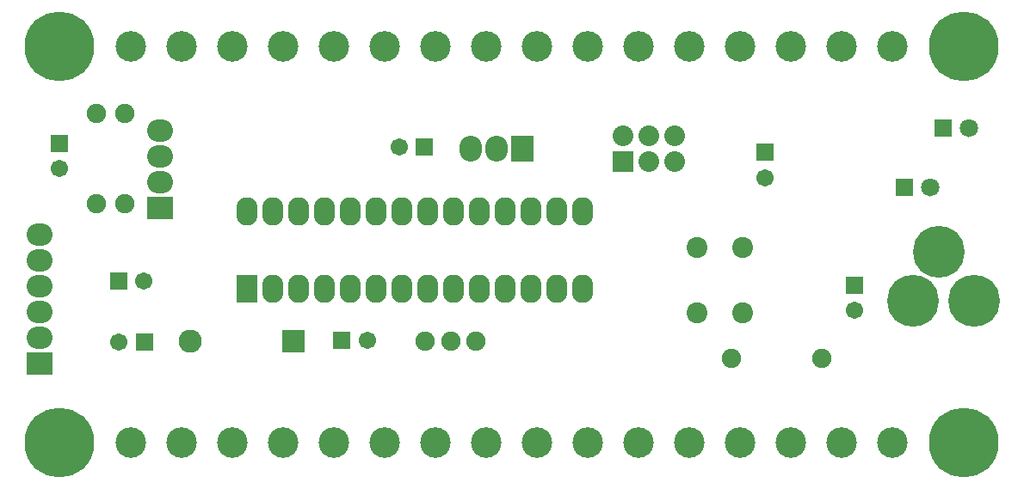
<source format=gbr>
G04 #@! TF.FileFunction,Soldermask,Bot*
%FSLAX46Y46*%
G04 Gerber Fmt 4.6, Leading zero omitted, Abs format (unit mm)*
G04 Created by KiCad (PCBNEW (after 2015-mar-04 BZR unknown)-product) date 8/29/2015 7:40:19 PM*
%MOMM*%
G01*
G04 APERTURE LIST*
%ADD10C,0.150000*%
%ADD11R,1.708000X1.708000*%
%ADD12C,1.708000*%
%ADD13R,2.540000X2.235200*%
%ADD14O,2.540000X2.235200*%
%ADD15R,2.235200X2.540000*%
%ADD16O,2.235200X2.540000*%
%ADD17R,2.032000X2.032000*%
%ADD18C,2.032000*%
%ADD19C,3.007360*%
%ADD20C,6.858000*%
%ADD21C,1.905000*%
%ADD22C,2.057400*%
%ADD23O,2.082800X2.794000*%
%ADD24R,2.082800X2.794000*%
%ADD25C,2.286000*%
%ADD26R,2.286000X2.286000*%
%ADD27R,1.808000X1.808000*%
%ADD28C,1.808000*%
%ADD29C,5.108000*%
G04 APERTURE END LIST*
D10*
D11*
X92456000Y-93853000D03*
D12*
X92456000Y-96353000D03*
D11*
X98298000Y-107442000D03*
D12*
X100798000Y-107442000D03*
D11*
X100838000Y-113411000D03*
D12*
X98338000Y-113411000D03*
D11*
X120269000Y-113284000D03*
D12*
X122769000Y-113284000D03*
D11*
X128397000Y-94234000D03*
D12*
X125897000Y-94234000D03*
D11*
X161925000Y-94742000D03*
D12*
X161925000Y-97242000D03*
D11*
X170688000Y-107823000D03*
D12*
X170688000Y-110323000D03*
D13*
X90551000Y-115570000D03*
D14*
X90551000Y-113030000D03*
X90551000Y-110490000D03*
X90551000Y-107950000D03*
X90551000Y-105410000D03*
X90551000Y-102870000D03*
D15*
X138049000Y-94361000D03*
D16*
X135509000Y-94361000D03*
X132969000Y-94361000D03*
D17*
X147955000Y-95631000D03*
D18*
X147955000Y-93091000D03*
X150495000Y-95631000D03*
X150495000Y-93091000D03*
X153035000Y-95631000D03*
X153035000Y-93091000D03*
D19*
X174474000Y-123340000D03*
X169472740Y-123340000D03*
X164474020Y-123340000D03*
X159472760Y-123340000D03*
X154474040Y-123340000D03*
X149472780Y-123340000D03*
X144474060Y-123340000D03*
X139472800Y-123340000D03*
X99474000Y-84340000D03*
X104475260Y-84340000D03*
X109473980Y-84340000D03*
X114475240Y-84340000D03*
X119473960Y-84340000D03*
X124475220Y-84340000D03*
X129473940Y-84340000D03*
X134475200Y-84340000D03*
X139474000Y-84340000D03*
X144475260Y-84340000D03*
X149473980Y-84340000D03*
X154475240Y-84340000D03*
X159473960Y-84340000D03*
X164475220Y-84340000D03*
X169473940Y-84340000D03*
X174475200Y-84340000D03*
X134474000Y-123340000D03*
X129472740Y-123340000D03*
X124474020Y-123340000D03*
X119472760Y-123340000D03*
X114474040Y-123340000D03*
X109472780Y-123340000D03*
X104474060Y-123340000D03*
X99472800Y-123340000D03*
D13*
X102362000Y-100203000D03*
D14*
X102362000Y-97663000D03*
X102362000Y-95123000D03*
X102362000Y-92583000D03*
D20*
X181474000Y-123340000D03*
X181474000Y-84340000D03*
X92474000Y-123340000D03*
X92474000Y-84340000D03*
D21*
X96139000Y-99822000D03*
X96139000Y-90932000D03*
X98933000Y-99822000D03*
X98933000Y-90932000D03*
X167513000Y-115062000D03*
X158623000Y-115062000D03*
D22*
X155223560Y-104088800D03*
X159724440Y-104088800D03*
X155223560Y-110591200D03*
X159724440Y-110591200D03*
D23*
X113504000Y-108150000D03*
X116044000Y-108150000D03*
X118584000Y-108150000D03*
X121124000Y-108150000D03*
X123664000Y-108150000D03*
X126204000Y-108150000D03*
X128744000Y-108150000D03*
X131284000Y-108150000D03*
X133824000Y-108150000D03*
X136364000Y-108150000D03*
X138904000Y-108150000D03*
X141444000Y-108150000D03*
X143984000Y-108150000D03*
D24*
X110964000Y-108150000D03*
D23*
X143984000Y-100530000D03*
X141444000Y-100530000D03*
X138904000Y-100530000D03*
X136364000Y-100530000D03*
X133824000Y-100530000D03*
X131284000Y-100530000D03*
X128744000Y-100530000D03*
X126204000Y-100530000D03*
X123664000Y-100530000D03*
X121124000Y-100530000D03*
X118584000Y-100530000D03*
X116044000Y-100530000D03*
X113504000Y-100530000D03*
X110964000Y-100530000D03*
D21*
X128474640Y-113340000D03*
X133473360Y-113340000D03*
X130974000Y-113340000D03*
D25*
X105394000Y-113340000D03*
D26*
X115554000Y-113340000D03*
D27*
X175641000Y-98171000D03*
D28*
X178141000Y-98171000D03*
D27*
X179474000Y-92340000D03*
D28*
X181974000Y-92340000D03*
D29*
X182474000Y-109340000D03*
X176474000Y-109340000D03*
X178974000Y-104540000D03*
M02*

</source>
